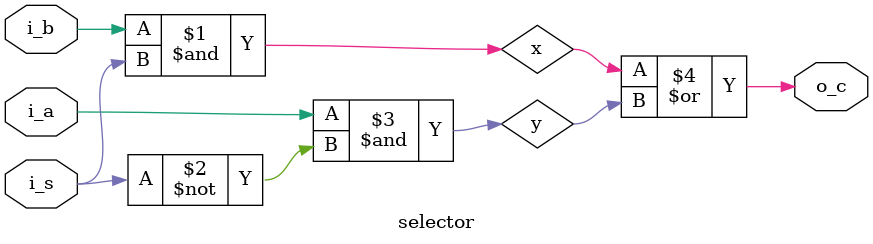
<source format=v>
/* verilator lint_off UNUSED */
module selector
  ( 
    i_a,
    i_b,
    i_s,
    o_c
    );
   
  input i_a;
  input i_b;
  input i_s;
  output o_c;
  
  wire x;
  wire y;
  
  and h1(x, i_b, i_s);
  and h2(y, i_a, ~i_s);
  
  or(o_c, x, y);
  
endmodule

</source>
